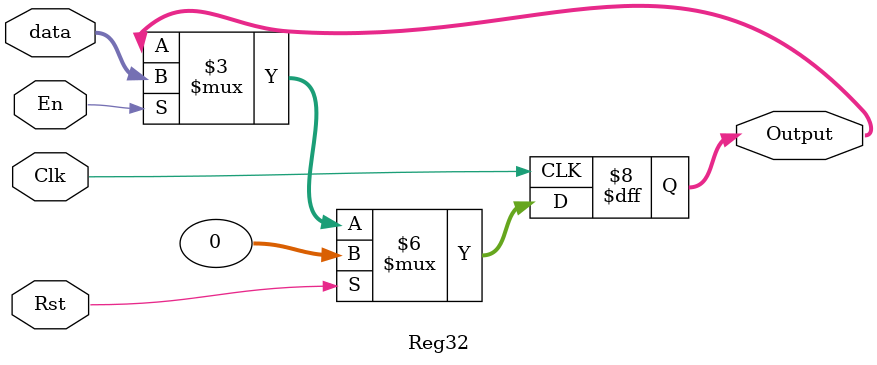
<source format=v>
`timescale 1ns / 1ps
module Reg32(Clk, Rst, En, data, Output);

    input Clk, Rst, En;
    input [31:0] data;
    
    output reg [31:0] Output = 0;
    
    always @(posedge Clk) begin
        if(Rst)
            Output <= 0;
        else if(En)
            Output <= data;
    end
    


endmodule

</source>
